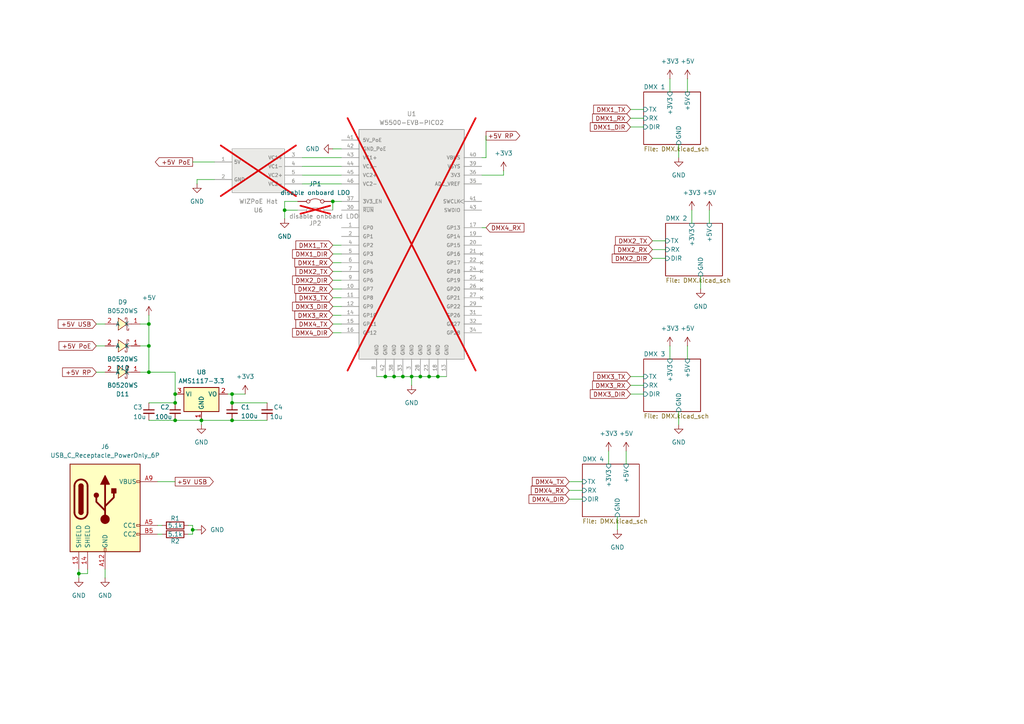
<source format=kicad_sch>
(kicad_sch (version 20250114) (generator "eeschema") (generator_version "9.0")
  (paper "A4")
  (lib_symbols
    (symbol "Connector:USB_C_Receptacle_PowerOnly_6P" (pin_names (offset 1.016))
      (property "Reference" "J6" (at 0 17.78 0))
      (property "Value" "USB_C_Receptacle_PowerOnly_6P" (at 0 15.24 0))
      (symbol "USB_C_Receptacle_PowerOnly_6P_0_0"
        (rectangle (start -0.254 -12.7) (end 0.254 -11.684))
        (rectangle (start 10.16 7.874) (end 9.144 7.366))
        (rectangle (start 10.16 -4.826) (end 9.144 -5.334))
        (rectangle (start 10.16 -7.366) (end 9.144 -7.874))
      )
      (symbol "USB_C_Receptacle_PowerOnly_6P_0_1"
        (rectangle (start -10.16 12.7) (end 10.16 -12.7) (stroke (width 0.254)) (fill (type background)))
        (polyline (pts (xy -8.89 -1.27) (xy -8.89 6.35)) (stroke (width 0.508)))
        (rectangle (start -7.62 -1.27) (end -6.35 6.35) (stroke (width 0.254)) (fill (type outline)))
        (arc (start -7.62 6.35) (mid -6.985 6.9823) (end -6.35 6.35) (stroke (width 0.254)))
        (arc (start -7.62 6.35) (mid -6.985 6.9823) (end -6.35 6.35) (stroke (width 0.254)) (fill (type outline)))
        (arc (start -8.89 6.35) (mid -6.985 8.2467) (end -5.08 6.35) (stroke (width 0.508)))
        (arc (start -5.08 -1.27) (mid -6.985 -3.1667) (end -8.89 -1.27) (stroke (width 0.508)))
        (arc (start -6.35 -1.27) (mid -6.985 -1.9023) (end -7.62 -1.27) (stroke (width 0.254)))
        (arc (start -6.35 -1.27) (mid -6.985 -1.9023) (end -7.62 -1.27) (stroke (width 0.254)) (fill (type outline)))
        (polyline (pts (xy -5.08 6.35) (xy -5.08 -1.27)) (stroke (width 0.508)))
        (circle (center -2.54 3.683) (radius 0.635) (stroke (width 0.254)) (fill (type outline)))
        (polyline (pts (xy -1.27 6.858) (xy 0 9.398) (xy 1.27 6.858) (xy -1.27 6.858)) (stroke (width 0.254)) (fill (type outline)))
        (polyline (pts (xy 0 0.508) (xy 2.54 3.048) (xy 2.54 4.318)) (stroke (width 0.508)))
        (polyline (pts (xy 0 -0.762) (xy -2.54 1.778) (xy -2.54 3.048)) (stroke (width 0.508)))
        (polyline (pts (xy 0 -3.302) (xy 0 6.858)) (stroke (width 0.508)))
        (circle (center 0 -3.302) (radius 1.27) (fill (type outline)))
        (rectangle (start 1.905 4.318) (end 3.175 5.588) (stroke (width 0.254)) (fill (type outline)))
      )
      (symbol "USB_C_Receptacle_PowerOnly_6P_1_1"
        (pin passive line (at -7.62 -17.78 90) (length 5.08) (name "SHIELD") (number "13"))
        (pin passive line (at -5.08 -17.78 90) (length 5.08) (name "SHIELD") (number "14"))
        (pin passive line (at 0 -17.78 90) (length 5.08) (name "GND") (number "A12"))
        (pin passive line (at 0 -17.78 90) (length 5.08) (hide yes) (name "GND") (number "B12"))
        (pin passive line (at 15.24 7.62 180) (length 5.08) (name "VBUS") (number "A9"))
        (pin passive line (at 15.24 7.62 180) (length 5.08) (hide yes) (name "VBUS") (number "B9"))
        (pin bidirectional line (at 15.24 -5.08 180) (length 5.08) (name "CC1") (number "A5"))
        (pin bidirectional line (at 15.24 -7.62 180) (length 5.08) (name "CC2") (number "B5"))
      )
    )
    (symbol "Device:C_Small" (pin_numbers (hide yes)) (pin_names (offset 0.254) (hide yes))
      (property "Reference" "C" (at 0.254 1.778 0))
      (property "Value" "C_Small" (at 0.254 -2.032 0))
      (symbol "C_Small_0_1"
        (polyline (pts (xy -1.524 0.508) (xy 1.524 0.508)) (stroke (width 0.3048)))
        (polyline (pts (xy -1.524 -0.508) (xy 1.524 -0.508)) (stroke (width 0.3302)))
      )
      (symbol "C_Small_1_1"
        (pin passive line (at 0 2.54 270) (length 2.032) (name "~") (number "1"))
        (pin passive line (at 0 -2.54 90) (length 2.032) (name "~") (number "2"))
      )
    )
    (symbol "Device:R" (pin_numbers (hide yes)) (pin_names (offset 0))
      (property "Reference" "R" (at 2.032 0 90))
      (property "Value" "R" (at 0 0 90))
      (symbol "R_0_1"
        (rectangle (start -1.016 -2.54) (end 1.016 2.54) (stroke (width 0.254)))
      )
      (symbol "R_1_1"
        (pin passive line (at 0 3.81 270) (length 1.27) (name "~") (number "1"))
        (pin passive line (at 0 -3.81 90) (length 1.27) (name "~") (number "2"))
      )
    )
    (symbol "Jumper:Jumper_2_Bridged" (pin_numbers (hide yes)) (pin_names (offset 0) (hide yes))
      (property "Reference" "JP" (at 0 1.905 0))
      (property "Value" "Jumper_2_Bridged" (at 0 -2.54 0))
      (symbol "Jumper_2_Bridged_0_0"
        (circle (center -2.032 0) (radius 0.508))
        (circle (center 2.032 0) (radius 0.508))
      )
      (symbol "Jumper_2_Bridged_0_1"
        (arc (start -1.524 0.254) (mid 0 0.762) (end 1.524 0.254))
      )
      (symbol "Jumper_2_Bridged_1_1"
        (pin passive line (at -5.08 0 0) (length 2.54) (name "A") (number "1"))
        (pin passive line (at 5.08 0 180) (length 2.54) (name "B") (number "2"))
      )
    )
    (symbol "Regulator_Linear:AMS1117-3.3"
      (property "Reference" "U" (at -3.81 3.175 0))
      (property "Value" "AMS1117-3.3" (at 0 3.175 0))
      (symbol "AMS1117-3.3_0_1"
        (rectangle (start -5.08 -5.08) (end 5.08 1.905) (stroke (width 0.254)) (fill (type background)))
      )
      (symbol "AMS1117-3.3_1_1"
        (pin power_in line (at -7.62 0 0) (length 2.54) (name "VI") (number "3"))
        (pin power_in line (at 0 -7.62 90) (length 2.54) (name "GND") (number "1"))
        (pin power_out line (at 7.62 0 180) (length 2.54) (name "VO") (number "2"))
      )
    )
    (symbol "W5500-EVB-PICO:W5500-EVB-PICO2" (pin_names (offset 1.016))
      (property "Reference" "U" (at -15.24 36.322 0))
      (property "Value" "W5500-EVB-PICO2" (at 0 0 90))
      (symbol "W5500-EVB-PICO2_0_0"
        (rectangle (start -15.24 36.068) (end 15.24 -30.48) (stroke (width 0.254)) (fill (type background)))
        (pin input line (at -20.32 15.24 0) (length 5.08) (name "3V3_EN") (number "37"))
        (pin input line (at -20.32 12.7 0) (length 5.08) (name "~{RUN}") (number "30"))
        (pin bidirectional line (at -20.32 7.62 0) (length 5.08) (name "GP0") (number "1"))
        (pin bidirectional line (at -20.32 5.08 0) (length 5.08) (name "GP1") (number "2"))
        (pin bidirectional line (at -20.32 2.54 0) (length 5.08) (name "GP2") (number "4"))
        (pin bidirectional line (at -20.32 0 0) (length 5.08) (name "GP3") (number "5"))
        (pin bidirectional line (at -20.32 -2.54 0) (length 5.08) (name "GP4") (number "6"))
        (pin bidirectional line (at -20.32 -5.08 0) (length 5.08) (name "GP5") (number "7"))
        (pin bidirectional line (at -20.32 -7.62 0) (length 5.08) (name "GP6") (number "9"))
        (pin bidirectional line (at -20.32 -10.16 0) (length 5.08) (name "GP7") (number "10"))
        (pin bidirectional line (at -20.32 -12.7 0) (length 5.08) (name "GP8") (number "11"))
        (pin bidirectional line (at -20.32 -15.24 0) (length 5.08) (name "GP9") (number "12"))
        (pin bidirectional line (at -20.32 -17.78 0) (length 5.08) (name "GP10") (number "14"))
        (pin bidirectional line (at -20.32 -20.32 0) (length 5.08) (name "GP11") (number "15"))
        (pin bidirectional line (at -20.32 -22.86 0) (length 5.08) (name "GP12") (number "16"))
        (pin power_in line (at -10.16 -35.56 90) (length 5.08) (name "GND") (number "8"))
        (pin power_in line (at -7.62 -35.56 90) (length 5.08) (name "GND") (number "42"))
        (pin power_in line (at -5.08 -35.56 90) (length 5.08) (name "GND") (number "38"))
        (pin power_in line (at -2.54 -35.56 90) (length 5.08) (name "GND") (number "33"))
        (pin power_in line (at 0 -35.56 90) (length 5.08) (name "GND") (number "3"))
        (pin power_in line (at 2.54 -35.56 90) (length 5.08) (name "GND") (number "28"))
        (pin power_in line (at 5.08 -35.56 90) (length 5.08) (name "GND") (number "23"))
        (pin power_in line (at 7.62 -35.56 90) (length 5.08) (name "GND") (number "18"))
        (pin power_in line (at 10.16 -35.56 90) (length 5.08) (name "GND") (number "13"))
        (pin power_in line (at 20.32 27.94 180) (length 5.08) (name "VBUS") (number "40"))
        (pin power_in line (at 20.32 25.4 180) (length 5.08) (name "VSYS") (number "39"))
        (pin power_in line (at 20.32 22.86 180) (length 5.08) (name "3V3") (number "36"))
        (pin power_in line (at 20.32 20.32 180) (length 5.08) (name "ADC_VREF") (number "35"))
        (pin input clock (at 20.32 15.24 180) (length 5.08) (name "SWCLK") (number "41"))
        (pin bidirectional line (at 20.32 12.7 180) (length 5.08) (name "SWDIO") (number "43"))
        (pin bidirectional line (at 20.32 7.62 180) (length 5.08) (name "GP13") (number "17"))
        (pin bidirectional line (at 20.32 5.08 180) (length 5.08) (name "GP14") (number "19"))
        (pin bidirectional line (at 20.32 2.54 180) (length 5.08) (name "GP15") (number "20"))
        (pin no_connect line (at 20.32 0 180) (length 5.08) (name "GP16") (number "21"))
        (pin no_connect line (at 20.32 -2.54 180) (length 5.08) (name "GP17") (number "22"))
        (pin no_connect line (at 20.32 -5.08 180) (length 5.08) (name "GP18") (number "24"))
        (pin no_connect line (at 20.32 -7.62 180) (length 5.08) (name "GP19") (number "25"))
        (pin no_connect line (at 20.32 -10.16 180) (length 5.08) (name "GP20") (number "26"))
        (pin no_connect line (at 20.32 -12.7 180) (length 5.08) (name "GP21") (number "27"))
        (pin bidirectional line (at 20.32 -15.24 180) (length 5.08) (name "GP22") (number "29"))
        (pin bidirectional line (at 20.32 -17.78 180) (length 5.08) (name "GP26") (number "31"))
        (pin bidirectional line (at 20.32 -20.32 180) (length 5.08) (name "GP27") (number "32"))
        (pin bidirectional line (at 20.32 -22.86 180) (length 5.08) (name "GP28") (number "34"))
      )
      (symbol "W5500-EVB-PICO2_1_0"
        (pin power_in line (at -20.32 33.02 0) (length 5.08) (name "5V_PoE") (number "41"))
        (pin power_in line (at -20.32 30.48 0) (length 5.08) (name "GND_PoE") (number "42"))
        (pin power_in line (at -20.32 27.94 0) (length 5.08) (name "VC1+") (number "43"))
        (pin power_in line (at -20.32 25.4 0) (length 5.08) (name "VC1-") (number "44"))
        (pin power_in line (at -20.32 22.86 0) (length 5.08) (name "VC2+") (number "45"))
        (pin power_in line (at -20.32 20.32 0) (length 5.08) (name "VC2-") (number "46"))
      )
    )
    (symbol "W5500-EVB-PICO:Wiznet_PoE_Hat"
      (property "Reference" "U" (at 0 7.874 0))
      (property "Value" "WIZPoE Hat" (at 0 -7.874 0))
      (symbol "Wiznet_PoE_Hat_1_0"
        (pin power_in line (at -12.7 3.81 0) (length 5.08) (name "VC1+") (number "3"))
        (pin power_in line (at -12.7 1.27 0) (length 5.08) (name "VC1-") (number "4"))
        (pin power_in line (at -12.7 -1.27 0) (length 5.08) (name "VC2+") (number "5"))
        (pin power_in line (at -12.7 -3.81 0) (length 5.08) (name "VC2-") (number "6"))
        (pin power_in line (at 12.7 2.54 180) (length 5.08) (name "5V") (number "1"))
        (pin power_in line (at 12.7 -2.54 180) (length 5.08) (name "GND") (number "2"))
      )
      (symbol "Wiznet_PoE_Hat_1_1"
        (rectangle (start -7.62 6.35) (end 7.62 -6.35) (fill (type background)))
      )
    )
    (symbol "impart EasyEDA:B0520WS_C7502696"
      (property "Reference" "D" (at 0 5.08 0))
      (property "Value" "B0520WS_C7502696" (at 0 -5.08 0))
      (symbol "B0520WS_C7502696_0_1"
        (polyline (pts (xy -1.78 1.27) (xy -1.78 1.78) (xy -1.27 1.78) (xy -1.27 -1.78) (xy -0.76 -1.78) (xy -0.76 -1.27)))
        (polyline (pts (xy -1.27 0) (xy -2.54 0)))
        (polyline (pts (xy 1.27 1.78) (xy -1.27 0) (xy 1.27 -1.78) (xy 1.27 1.78)) (fill (type background)))
        (polyline (pts (xy 2.54 0) (xy 1.27 0)))
        (pin unspecified line (at -5.08 0 0) (length 2.54) (name "K") (number "1"))
        (pin unspecified line (at 5.08 0 180) (length 2.54) (name "A") (number "2"))
      )
    )
    (symbol "power:+3V3" (power) (pin_numbers (hide yes)) (pin_names (offset 0) (hide yes))
      (property "Value" "+3V3" (at 0 3.556 0))
      (symbol "+3V3_0_1"
        (polyline (pts (xy -0.762 1.27) (xy 0 2.54)))
        (polyline (pts (xy 0 2.54) (xy 0.762 1.27)))
        (polyline (pts (xy 0 0) (xy 0 2.54)))
      )
      (symbol "+3V3_1_1"
        (pin power_in line (at 0 0 90) (length 0) (name "~") (number "1"))
      )
    )
    (symbol "power:+5V" (power) (pin_numbers (hide yes)) (pin_names (offset 0) (hide yes))
      (property "Value" "+5V" (at 0 3.556 0))
      (symbol "+5V_0_1"
        (polyline (pts (xy -0.762 1.27) (xy 0 2.54)))
        (polyline (pts (xy 0 2.54) (xy 0.762 1.27)))
        (polyline (pts (xy 0 0) (xy 0 2.54)))
      )
      (symbol "+5V_1_1"
        (pin power_in line (at 0 0 90) (length 0) (name "~") (number "1"))
      )
    )
    (symbol "power:GND" (power) (pin_numbers (hide yes)) (pin_names (offset 0) (hide yes))
      (property "Value" "GND" (at 0 -3.81 0))
      (symbol "GND_0_1"
        (polyline (pts (xy 0 0) (xy 0 -1.27) (xy 1.27 -1.27) (xy 0 -2.54) (xy -1.27 -1.27) (xy 0 -1.27)))
      )
      (symbol "GND_1_1"
        (pin power_in line (at 0 0 270) (length 0) (name "~") (number "1"))
      )
    )
  )
  (junction (at 119.38 109.22))
  (junction (at 67.31 116.84))
  (junction (at 121.92 109.22))
  (junction (at 22.86 166.37))
  (junction (at 50.8 121.92))
  (junction (at 50.8 116.84))
  (junction (at 67.31 114.3))
  (junction (at 124.46 109.22))
  (junction (at 116.84 109.22))
  (junction (at 58.42 121.92))
  (junction (at 114.3 109.22))
  (junction (at 127 109.22))
  (junction (at 55.88 153.67))
  (junction (at 50.8 114.3))
  (junction (at 111.76 109.22))
  (junction (at 43.18 93.98))
  (junction (at 67.31 121.92))
  (junction (at 82.55 60.96))
  (junction (at 43.18 100.33))
  (junction (at 96.52 58.42))
  (junction (at 43.18 107.95))
  (wire (pts (xy 82.55 58.42) (xy 82.55 60.96)))
  (wire (pts (xy 27.94 107.95) (xy 30.48 107.95)))
  (wire (pts (xy 96.52 60.96) (xy 96.52 58.42)))
  (wire (pts (xy 40.64 107.95) (xy 43.18 107.95)))
  (wire (pts (xy 109.22 109.22) (xy 111.76 109.22)))
  (wire (pts (xy 140.97 39.37) (xy 140.97 45.72)))
  (wire (pts (xy 96.52 78.74) (xy 99.06 78.74)))
  (wire (pts (xy 111.76 109.22) (xy 114.3 109.22)))
  (wire (pts (xy 96.52 73.66) (xy 99.06 73.66)))
  (wire (pts (xy 86.36 58.42) (xy 82.55 58.42)))
  (wire (pts (xy 25.4 166.37) (xy 22.86 166.37)))
  (wire (pts (xy 182.88 109.22) (xy 186.69 109.22)))
  (wire (pts (xy 55.88 153.67) (xy 57.15 153.67)))
  (wire (pts (xy 119.38 109.22) (xy 121.92 109.22)))
  (wire (pts (xy 43.18 121.92) (xy 50.8 121.92)))
  (wire (pts (xy 124.46 109.22) (xy 127 109.22)))
  (wire (pts (xy 57.15 52.07) (xy 57.15 53.34)))
  (wire (pts (xy 196.85 119.38) (xy 196.85 123.19)))
  (wire (pts (xy 25.4 165.1) (xy 25.4 166.37)))
  (wire (pts (xy 182.88 111.76) (xy 186.69 111.76)))
  (wire (pts (xy 196.85 41.91) (xy 196.85 45.72)))
  (wire (pts (xy 121.92 109.22) (xy 124.46 109.22)))
  (wire (pts (xy 58.42 121.92) (xy 58.42 123.19)))
  (wire (pts (xy 96.52 93.98) (xy 99.06 93.98)))
  (wire (pts (xy 50.8 121.92) (xy 58.42 121.92)))
  (wire (pts (xy 67.31 121.92) (xy 77.47 121.92)))
  (wire (pts (xy 139.7 50.8) (xy 146.05 50.8)))
  (wire (pts (xy 96.52 43.18) (xy 99.06 43.18)))
  (wire (pts (xy 96.52 81.28) (xy 99.06 81.28)))
  (wire (pts (xy 146.05 50.8) (xy 146.05 49.53)))
  (wire (pts (xy 66.04 114.3) (xy 67.31 114.3)))
  (wire (pts (xy 57.15 52.07) (xy 62.23 52.07)))
  (wire (pts (xy 55.88 152.4) (xy 55.88 153.67)))
  (wire (pts (xy 96.52 91.44) (xy 99.06 91.44)))
  (wire (pts (xy 55.88 46.99) (xy 62.23 46.99)))
  (wire (pts (xy 182.88 114.3) (xy 186.69 114.3)))
  (wire (pts (xy 43.18 107.95) (xy 43.18 100.33)))
  (wire (pts (xy 199.39 22.86) (xy 199.39 26.67)))
  (wire (pts (xy 96.52 96.52) (xy 99.06 96.52)))
  (wire (pts (xy 96.52 88.9) (xy 99.06 88.9)))
  (wire (pts (xy 27.94 100.33) (xy 30.48 100.33)))
  (wire (pts (xy 96.52 76.2) (xy 99.06 76.2)))
  (wire (pts (xy 96.52 83.82) (xy 99.06 83.82)))
  (wire (pts (xy 82.55 60.96) (xy 86.36 60.96)))
  (wire (pts (xy 54.61 154.94) (xy 55.88 154.94)))
  (wire (pts (xy 54.61 152.4) (xy 55.88 152.4)))
  (wire (pts (xy 165.1 144.78) (xy 168.91 144.78)))
  (wire (pts (xy 82.55 60.96) (xy 82.55 63.5)))
  (wire (pts (xy 203.2 80.01) (xy 203.2 83.82)))
  (wire (pts (xy 119.38 109.22) (xy 119.38 111.76)))
  (wire (pts (xy 43.18 93.98) (xy 43.18 100.33)))
  (wire (pts (xy 27.94 93.98) (xy 30.48 93.98)))
  (wire (pts (xy 50.8 107.95) (xy 43.18 107.95)))
  (wire (pts (xy 50.8 114.3) (xy 50.8 107.95)))
  (wire (pts (xy 176.53 130.81) (xy 176.53 134.62)))
  (wire (pts (xy 165.1 142.24) (xy 168.91 142.24)))
  (wire (pts (xy 139.7 66.04) (xy 140.97 66.04)))
  (wire (pts (xy 189.23 74.93) (xy 193.04 74.93)))
  (wire (pts (xy 96.52 58.42) (xy 99.06 58.42)))
  (wire (pts (xy 58.42 121.92) (xy 67.31 121.92)))
  (wire (pts (xy 45.72 152.4) (xy 46.99 152.4)))
  (wire (pts (xy 182.88 31.75) (xy 186.69 31.75)))
  (wire (pts (xy 43.18 100.33) (xy 40.64 100.33)))
  (wire (pts (xy 165.1 139.7) (xy 168.91 139.7)))
  (wire (pts (xy 182.88 36.83) (xy 186.69 36.83)))
  (wire (pts (xy 87.63 50.8) (xy 99.06 50.8)))
  (wire (pts (xy 199.39 100.33) (xy 199.39 104.14)))
  (wire (pts (xy 43.18 93.98) (xy 40.64 93.98)))
  (wire (pts (xy 194.31 22.86) (xy 194.31 26.67)))
  (wire (pts (xy 55.88 154.94) (xy 55.88 153.67)))
  (wire (pts (xy 194.31 100.33) (xy 194.31 104.14)))
  (wire (pts (xy 96.52 86.36) (xy 99.06 86.36)))
  (wire (pts (xy 67.31 114.3) (xy 67.31 116.84)))
  (wire (pts (xy 50.8 114.3) (xy 50.8 116.84)))
  (wire (pts (xy 67.31 114.3) (xy 71.12 114.3)))
  (wire (pts (xy 205.74 60.96) (xy 205.74 64.77)))
  (wire (pts (xy 43.18 91.44) (xy 43.18 93.98)))
  (wire (pts (xy 189.23 72.39) (xy 193.04 72.39)))
  (wire (pts (xy 22.86 165.1) (xy 22.86 166.37)))
  (wire (pts (xy 45.72 139.7) (xy 50.8 139.7)))
  (wire (pts (xy 182.88 34.29) (xy 186.69 34.29)))
  (wire (pts (xy 189.23 69.85) (xy 193.04 69.85)))
  (wire (pts (xy 43.18 116.84) (xy 50.8 116.84)))
  (wire (pts (xy 87.63 48.26) (xy 99.06 48.26)))
  (wire (pts (xy 114.3 109.22) (xy 116.84 109.22)))
  (wire (pts (xy 67.31 116.84) (xy 77.47 116.84)))
  (wire (pts (xy 127 109.22) (xy 129.54 109.22)))
  (wire (pts (xy 200.66 60.96) (xy 200.66 64.77)))
  (wire (pts (xy 22.86 166.37) (xy 22.86 167.64)))
  (wire (pts (xy 139.7 45.72) (xy 140.97 45.72)))
  (wire (pts (xy 179.07 149.86) (xy 179.07 153.67)))
  (wire (pts (xy 30.48 165.1) (xy 30.48 167.64)))
  (wire (pts (xy 87.63 53.34) (xy 99.06 53.34)))
  (wire (pts (xy 45.72 154.94) (xy 46.99 154.94)))
  (wire (pts (xy 116.84 109.22) (xy 119.38 109.22)))
  (wire (pts (xy 181.61 130.81) (xy 181.61 134.62)))
  (wire (pts (xy 96.52 71.12) (xy 99.06 71.12)))
  (wire (pts (xy 87.63 45.72) (xy 99.06 45.72)))
  (global_label "DMX1_TX" (shape input) (at 182.88 31.75 180) (property "Intersheetrefs" "${INTERSHEET_REFS}" (effects (hide yes))))
  (global_label "DMX1_RX" (shape input) (at 182.88 34.29 180) (property "Intersheetrefs" "${INTERSHEET_REFS}" (effects (hide yes))))
  (global_label "DMX4_DIR" (shape input) (at 165.1 144.78 180) (property "Intersheetrefs" "${INTERSHEET_REFS}" (effects (hide yes))))
  (global_label "DMX4_DIR" (shape input) (at 96.52 96.52 180) (property "Intersheetrefs" "${INTERSHEET_REFS}" (effects (hide yes))))
  (global_label "DMX1_DIR" (shape input) (at 182.88 36.83 180) (property "Intersheetrefs" "${INTERSHEET_REFS}" (effects (hide yes))))
  (global_label "DMX2_RX" (shape input) (at 189.23 72.39 180) (property "Intersheetrefs" "${INTERSHEET_REFS}" (effects (hide yes))))
  (global_label "DMX3_RX" (shape input) (at 182.88 111.76 180) (property "Intersheetrefs" "${INTERSHEET_REFS}" (effects (hide yes))))
  (global_label "+5V USB" (shape input) (at 27.94 93.98 180) (property "Intersheetrefs" "${INTERSHEET_REFS}" (effects (hide yes))))
  (global_label "DMX4_RX" (shape input) (at 140.97 66.04 0) (property "Intersheetrefs" "${INTERSHEET_REFS}" (effects (hide yes))))
  (global_label "DMX2_DIR" (shape input) (at 96.52 81.28 180) (property "Intersheetrefs" "${INTERSHEET_REFS}" (effects (hide yes))))
  (global_label "DMX3_DIR" (shape input) (at 96.52 88.9 180) (property "Intersheetrefs" "${INTERSHEET_REFS}" (effects (hide yes))))
  (global_label "DMX1_TX" (shape input) (at 96.52 71.12 180) (property "Intersheetrefs" "${INTERSHEET_REFS}" (effects (hide yes))))
  (global_label "DMX2_DIR" (shape input) (at 189.23 74.93 180) (property "Intersheetrefs" "${INTERSHEET_REFS}" (effects (hide yes))))
  (global_label "DMX1_DIR" (shape input) (at 96.52 73.66 180) (property "Intersheetrefs" "${INTERSHEET_REFS}" (effects (hide yes))))
  (global_label "DMX4_TX" (shape input) (at 165.1 139.7 180) (property "Intersheetrefs" "${INTERSHEET_REFS}" (effects (hide yes))))
  (global_label "DMX2_TX" (shape input) (at 189.23 69.85 180) (property "Intersheetrefs" "${INTERSHEET_REFS}" (effects (hide yes))))
  (global_label "DMX2_TX" (shape input) (at 96.52 78.74 180) (property "Intersheetrefs" "${INTERSHEET_REFS}" (effects (hide yes))))
  (global_label "+5V PoE" (shape input) (at 27.94 100.33 180) (property "Intersheetrefs" "${INTERSHEET_REFS}" (effects (hide yes))))
  (global_label "DMX3_TX" (shape input) (at 96.52 86.36 180) (property "Intersheetrefs" "${INTERSHEET_REFS}" (effects (hide yes))))
  (global_label "+5V PoE" (shape output) (at 55.88 46.99 180) (property "Intersheetrefs" "${INTERSHEET_REFS}" (effects (hide yes))))
  (global_label "DMX3_RX" (shape input) (at 96.52 91.44 180) (property "Intersheetrefs" "${INTERSHEET_REFS}" (effects (hide yes))))
  (global_label "DMX2_RX" (shape input) (at 96.52 83.82 180) (property "Intersheetrefs" "${INTERSHEET_REFS}" (effects (hide yes))))
  (global_label "DMX4_RX" (shape input) (at 165.1 142.24 180) (property "Intersheetrefs" "${INTERSHEET_REFS}" (effects (hide yes))))
  (global_label "DMX1_RX" (shape input) (at 96.52 76.2 180) (property "Intersheetrefs" "${INTERSHEET_REFS}" (effects (hide yes))))
  (global_label "+5V RP" (shape input) (at 27.94 107.95 180) (property "Intersheetrefs" "${INTERSHEET_REFS}" (effects (hide yes))))
  (global_label "DMX4_TX" (shape input) (at 96.52 93.98 180) (property "Intersheetrefs" "${INTERSHEET_REFS}" (effects (hide yes))))
  (global_label "+5V USB" (shape output) (at 50.8 139.7 0) (property "Intersheetrefs" "${INTERSHEET_REFS}" (effects (hide yes))))
  (global_label "+5V RP" (shape output) (at 140.97 39.37 0) (property "Intersheetrefs" "${INTERSHEET_REFS}" (effects (hide yes))))
  (global_label "DMX3_TX" (shape input) (at 182.88 109.22 180) (property "Intersheetrefs" "${INTERSHEET_REFS}" (effects (hide yes))))
  (global_label "DMX3_DIR" (shape input) (at 182.88 114.3 180) (property "Intersheetrefs" "${INTERSHEET_REFS}" (effects (hide yes))))
  (symbol (lib_id "power:+3V3") (at 146.05 49.53 0) (unit 1)
    (property "Reference" "#PWR05" (effects (hide yes)))
    (property "Value" "+3V3" (at 146.05 44.45 0))
    (property "Description" "Power symbol creates a global label with name \"+3V3\"" (effects (hide yes)))
  )
  (symbol (lib_id "W5500-EVB-PICO:Wiznet_PoE_Hat") (at 74.93 49.53 0) (mirror y) (unit 1) (dnp yes)
    (property "Reference" "U6" (at 74.93 60.96 0))
    (property "Value" "WIZPoE Hat" (at 74.93 58.42 0))
    (property "Footprint" "W5500-EVB-PICO:WIZPoE Hat" (effects (hide yes)))
    (property "Datasheet" "https://docs.wiznet.io/Product/Modules/Open-Source-Hardware/PoE/WIZPoE-P1" (effects (hide yes)))
  )
  (symbol (lib_id "impart EasyEDA:B0520WS_C7502696") (at 35.56 100.33 0) (mirror y) (unit 1)
    (property "Reference" "D10" (at 35.56 106.68 0))
    (property "Value" "B0520WS" (at 35.56 104.14 0))
    (property "Footprint" "EasyEDA:SOD-323_L1.7-W1.3-LS2.6-RD-1" (effects (hide yes)))
    (property "LCSC Part" "C7502696" (effects (hide yes)))
  )
  (symbol (lib_id "Jumper:Jumper_2_Bridged") (at 91.44 58.42 0) (unit 1)
    (property "Reference" "JP1" (at 91.44 53.34 0))
    (property "Value" "disable onboard LDO" (at 91.44 55.88 0))
    (property "Footprint" "Jumper:SolderJumper-2_P1.3mm_Open_RoundedPad1.0x1.5mm" (effects (hide yes)))
    (property "Description" "Jumper, 2-pole, closed/bridged" (effects (hide yes)))
  )
  (symbol (lib_id "Connector:USB_C_Receptacle_PowerOnly_6P") (at 30.48 147.32 0) (unit 1)
    (property "Reference" "J6" (at 30.48 129.54 0))
    (property "Value" "USB_C_Receptacle_PowerOnly_6P" (at 30.48 132.08 0))
    (property "Footprint" "EasyEDA:USB-C-SMD_YPE-C-6PWTL-10-0108" (effects (hide yes)))
    (property "Datasheet" "https://www.usb.org/sites/default/files/documents/usb_type-c.zip" (effects (hide yes)))
    (property "Description" "USB Power-Only 6P Type-C Receptacle connector" (effects (hide yes)))
    (property "LCSC Part" "C30167331" (effects (hide yes)))
  )
  (symbol (lib_id "power:+5V") (at 199.39 100.33 0) (unit 1)
    (property "Reference" "#PWR010" (effects (hide yes)))
    (property "Value" "+5V" (at 199.39 95.25 0))
    (property "Description" "Power symbol creates a global label with name \"+5V\"" (effects (hide yes)))
  )
  (symbol (lib_id "power:+5V") (at 199.39 22.86 0) (unit 1)
    (property "Reference" "#PWR02" (effects (hide yes)))
    (property "Value" "+5V" (at 199.39 17.78 0))
    (property "Description" "Power symbol creates a global label with name \"+5V\"" (effects (hide yes)))
  )
  (symbol (lib_id "Device:R") (at 50.8 154.94 90) (mirror x) (unit 1)
    (property "Reference" "R2" (at 50.8 156.972 90))
    (property "Value" "5.1k" (at 50.8 154.94 90))
    (property "Footprint" "Resistor_SMD:R_0603_1608Metric" (effects (hide yes)))
    (property "Description" "Resistor" (effects (hide yes)))
  )
  (symbol (lib_id "power:+3V3") (at 71.12 114.3 0) (unit 1)
    (property "Reference" "#PWR061" (effects (hide yes)))
    (property "Value" "+3V3" (at 71.12 109.22 0))
    (property "Description" "Power symbol creates a global label with name \"+3V3\"" (effects (hide yes)))
  )
  (symbol (lib_id "impart EasyEDA:B0520WS_C7502696") (at 35.56 93.98 180) (unit 1)
    (property "Reference" "D9" (at 35.56 87.63 0))
    (property "Value" "B0520WS" (at 35.56 90.17 0))
    (property "Footprint" "EasyEDA:SOD-323_L1.7-W1.3-LS2.6-RD-1" (effects (hide yes)))
    (property "LCSC Part" "C7502696" (effects (hide yes)))
  )
  (symbol (lib_id "Device:C_Small") (at 50.8 119.38 0) (unit 1)
    (property "Reference" "C2" (at 46.482 118.11 0) (effects (justify left)))
    (property "Value" "100u" (at 44.958 120.904 0) (effects (justify left)))
    (property "Footprint" "Capacitor_SMD:C_1206_3216Metric" (effects (hide yes)))
    (property "Description" "Unpolarized capacitor, small symbol" (effects (hide yes)))
    (property "LCSC Part" "C15008" (effects (hide yes)))
  )
  (symbol (lib_id "W5500-EVB-PICO:W5500-EVB-PICO2") (at 119.38 73.66 0) (unit 1) (dnp yes)
    (property "Reference" "U1" (at 119.38 33.02 0))
    (property "Value" "W5500-EVB-PICO2" (at 119.38 35.56 0))
    (property "Footprint" "W5500-EVB-PICO:MODULE_W5500-EVB-PICO2" (effects (hide yes)))
    (property "MF" "WIZnet" (effects (hide yes)))
    (property "MAXIMUM_PACKAGE_HEIGHT" "17.60mm" (effects (hide yes)))
    (property "Package" "None" (effects (hide yes)))
    (property "Price" "None" (effects (hide yes)))
    (property "Check_prices" "https://www.snapeda.com/parts/W5500EVBPICO/WIZnet/view-part/?ref=eda" (effects (hide yes)))
    (property "STANDARD" "Manufacturer Recommendations" (effects (hide yes)))
    (property "PARTREV" "2022-01-28" (effects (hide yes)))
    (property "SnapEDA_Link" "https://www.snapeda.com/parts/W5500EVBPICO/WIZnet/view-part/?ref=snap" (effects (hide yes)))
    (property "MP" "W5500EVBPICO" (effects (hide yes)))
    (property "Description_1" "RP2350, W5500 Raspberry Pi Pico series ARM® Cortex®-M0+ MCU 32-Bit Embedded Evaluation Board" (effects (hide yes)))
    (property "Availability" "In Stock" (effects (hide yes)))
    (property "MANUFACTURER" "WIZnet" (effects (hide yes)))
  )
  (symbol (lib_id "power:GND") (at 82.55 63.5 0) (unit 1)
    (property "Reference" "#PWR015" (effects (hide yes)))
    (property "Value" "GND" (at 82.55 68.58 0))
    (property "Description" "Power symbol creates a global label with name \"GND\" , ground" (effects (hide yes)))
  )
  (symbol (lib_id "power:+5V") (at 43.18 91.44 0) (unit 1)
    (property "Reference" "#PWR03" (effects (hide yes)))
    (property "Value" "+5V" (at 43.18 86.36 0))
    (property "Description" "Power symbol creates a global label with name \"+5V\"" (effects (hide yes)))
  )
  (symbol (lib_id "Device:C_Small") (at 67.31 119.38 0) (unit 1)
    (property "Reference" "C1" (at 69.85 118.1162 0) (effects (justify left)))
    (property "Value" "100u" (at 69.85 120.6562 0) (effects (justify left)))
    (property "Footprint" "Capacitor_SMD:C_1206_3216Metric" (effects (hide yes)))
    (property "Description" "Unpolarized capacitor, small symbol" (effects (hide yes)))
    (property "LCSC Part" "C15008" (effects (hide yes)))
  )
  (symbol (lib_id "Device:C_Small") (at 77.47 119.38 0) (mirror y) (unit 1)
    (property "Reference" "C4" (at 82.042 118.11 0) (effects (justify left)))
    (property "Value" "10u" (at 82.042 120.904 0) (effects (justify left)))
    (property "Footprint" "Capacitor_SMD:C_0603_1608Metric" (effects (hide yes)))
    (property "Description" "Unpolarized capacitor, small symbol" (effects (hide yes)))
    (property "LCSC Part" "C96446" (effects (hide yes)))
  )
  (symbol (lib_id "power:+5V") (at 181.61 130.81 0) (unit 1)
    (property "Reference" "#PWR014" (effects (hide yes)))
    (property "Value" "+5V" (at 181.61 125.73 0))
    (property "Description" "Power symbol creates a global label with name \"+5V\"" (effects (hide yes)))
  )
  (symbol (lib_id "power:GND") (at 30.48 167.64 0) (unit 1)
    (property "Reference" "#PWR019" (effects (hide yes)))
    (property "Value" "GND" (at 30.48 172.72 0))
    (property "Description" "Power symbol creates a global label with name \"GND\" , ground" (effects (hide yes)))
  )
  (symbol (lib_id "Device:R") (at 50.8 152.4 90) (unit 1)
    (property "Reference" "R1" (at 50.8 150.368 90))
    (property "Value" "5.1k" (at 50.8 152.4 90))
    (property "Footprint" "Resistor_SMD:R_0603_1608Metric" (effects (hide yes)))
    (property "Description" "Resistor" (effects (hide yes)))
  )
  (symbol (lib_id "power:GND") (at 119.38 111.76 0) (unit 1)
    (property "Reference" "#PWR011" (effects (hide yes)))
    (property "Value" "GND" (at 119.38 116.84 0))
    (property "Description" "Power symbol creates a global label with name \"GND\" , ground" (effects (hide yes)))
  )
  (symbol (lib_id "power:GND") (at 203.2 83.82 0) (unit 1)
    (property "Reference" "#PWR08" (effects (hide yes)))
    (property "Value" "GND" (at 203.2 88.9 0))
    (property "Description" "Power symbol creates a global label with name \"GND\" , ground" (effects (hide yes)))
  )
  (symbol (lib_id "Jumper:Jumper_2_Bridged") (at 91.44 60.96 0) (unit 1) (dnp yes)
    (property "Reference" "JP2" (at 91.44 64.77 0))
    (property "Value" "disable onboard LDO" (at 93.98 62.738 0))
    (property "Footprint" "Connector_PinSocket_2.54mm:PinSocket_1x02_P2.54mm_Vertical" (effects (hide yes)))
    (property "Description" "Jumper, 2-pole, closed/bridged" (effects (hide yes)))
  )
  (symbol (lib_id "power:+3V3") (at 194.31 100.33 0) (unit 1)
    (property "Reference" "#PWR09" (effects (hide yes)))
    (property "Value" "+3V3" (at 194.31 95.25 0))
    (property "Description" "Power symbol creates a global label with name \"+3V3\"" (effects (hide yes)))
  )
  (symbol (lib_id "power:GND") (at 196.85 45.72 0) (unit 1)
    (property "Reference" "#PWR04" (effects (hide yes)))
    (property "Value" "GND" (at 196.85 50.8 0))
    (property "Description" "Power symbol creates a global label with name \"GND\" , ground" (effects (hide yes)))
  )
  (symbol (lib_id "Device:C_Small") (at 43.18 119.38 0) (unit 1)
    (property "Reference" "C3" (at 38.608 118.11 0) (effects (justify left)))
    (property "Value" "10u" (at 38.608 120.904 0) (effects (justify left)))
    (property "Footprint" "Capacitor_SMD:C_0603_1608Metric" (effects (hide yes)))
    (property "Description" "Unpolarized capacitor, small symbol" (effects (hide yes)))
    (property "LCSC Part" "C96446" (effects (hide yes)))
  )
  (symbol (lib_id "power:GND") (at 57.15 53.34 0) (unit 1)
    (property "Reference" "#PWR070" (effects (hide yes)))
    (property "Value" "GND" (at 57.15 58.42 0))
    (property "Description" "Power symbol creates a global label with name \"GND\" , ground" (effects (hide yes)))
  )
  (symbol (lib_id "Regulator_Linear:AMS1117-3.3") (at 58.42 114.3 0) (unit 1)
    (property "Reference" "U8" (at 58.42 107.95 0))
    (property "Value" "AMS1117-3.3" (at 58.42 110.49 0))
    (property "Footprint" "Package_TO_SOT_SMD:SOT-223-3_TabPin2" (effects (hide yes)))
    (property "Datasheet" "http://www.advanced-monolithic.com/pdf/ds1117.pdf" (effects (hide yes)))
    (property "Description" "1A Low Dropout regulator, positive, 3.3V fixed output, SOT-223" (effects (hide yes)))
    (property "LCSC Part" "C6186" (effects (hide yes)))
  )
  (symbol (lib_id "power:GND") (at 196.85 123.19 0) (unit 1)
    (property "Reference" "#PWR012" (effects (hide yes)))
    (property "Value" "GND" (at 196.85 128.27 0))
    (property "Description" "Power symbol creates a global label with name \"GND\" , ground" (effects (hide yes)))
  )
  (symbol (lib_id "power:GND") (at 58.42 123.19 0) (unit 1)
    (property "Reference" "#PWR060" (effects (hide yes)))
    (property "Value" "GND" (at 58.42 128.27 0))
    (property "Description" "Power symbol creates a global label with name \"GND\" , ground" (effects (hide yes)))
  )
  (symbol (lib_id "power:+3V3") (at 194.31 22.86 0) (unit 1)
    (property "Reference" "#PWR01" (effects (hide yes)))
    (property "Value" "+3V3" (at 194.31 17.78 0))
    (property "Description" "Power symbol creates a global label with name \"+3V3\"" (effects (hide yes)))
  )
  (symbol (lib_id "power:+5V") (at 205.74 60.96 0) (unit 1)
    (property "Reference" "#PWR07" (effects (hide yes)))
    (property "Value" "+5V" (at 205.74 55.88 0))
    (property "Description" "Power symbol creates a global label with name \"+5V\"" (effects (hide yes)))
  )
  (symbol (lib_id "impart EasyEDA:B0520WS_C7502696") (at 35.56 107.95 0) (mirror y) (unit 1)
    (property "Reference" "D11" (at 35.56 114.3 0))
    (property "Value" "B0520WS" (at 35.56 111.76 0))
    (property "Footprint" "EasyEDA:SOD-323_L1.7-W1.3-LS2.6-RD-1" (effects (hide yes)))
    (property "LCSC Part" "C7502696" (effects (hide yes)))
  )
  (symbol (lib_id "power:+3V3") (at 200.66 60.96 0) (unit 1)
    (property "Reference" "#PWR06" (effects (hide yes)))
    (property "Value" "+3V3" (at 200.66 55.88 0))
    (property "Description" "Power symbol creates a global label with name \"+3V3\"" (effects (hide yes)))
  )
  (symbol (lib_id "power:GND") (at 22.86 167.64 0) (unit 1)
    (property "Reference" "#PWR018" (effects (hide yes)))
    (property "Value" "GND" (at 22.86 172.72 0))
    (property "Description" "Power symbol creates a global label with name \"GND\" , ground" (effects (hide yes)))
  )
  (symbol (lib_id "power:+3V3") (at 176.53 130.81 0) (unit 1)
    (property "Reference" "#PWR013" (effects (hide yes)))
    (property "Value" "+3V3" (at 176.53 125.73 0))
    (property "Description" "Power symbol creates a global label with name \"+3V3\"" (effects (hide yes)))
  )
  (symbol (lib_id "power:GND") (at 57.15 153.67 90) (unit 1)
    (property "Reference" "#PWR016" (effects (hide yes)))
    (property "Value" "GND" (at 60.96 153.6699 90) (effects (justify right)))
    (property "Description" "Power symbol creates a global label with name \"GND\" , ground" (effects (hide yes)))
  )
  (symbol (lib_id "power:GND") (at 96.52 43.18 270) (unit 1)
    (property "Reference" "#PWR071" (effects (hide yes)))
    (property "Value" "GND" (at 92.71 43.1799 90) (effects (justify right)))
    (property "Description" "Power symbol creates a global label with name \"GND\" , ground" (effects (hide yes)))
  )
  (symbol (lib_id "power:GND") (at 179.07 153.67 0) (unit 1)
    (property "Reference" "#PWR017" (effects (hide yes)))
    (property "Value" "GND" (at 179.07 158.75 0))
    (property "Description" "Power symbol creates a global label with name \"GND\" , ground" (effects (hide yes)))
  )
  (sheet (at 168.91 134.62) (size 16.51 15.24) (stroke (width 0.1524))
    (property "Sheetname" "DMX 4" (at 168.91 133.9084 0) (effects (justify left bottom)))
    (property "Sheetfile" "DMX.kicad_sch" (at 168.91 150.4446 0) (effects (justify left top)))
    (pin "+3V3" input (at 176.53 134.62 90))
    (pin "TX" input (at 168.91 139.7 180))
    (pin "+5V" input (at 181.61 134.62 90))
    (pin "RX" input (at 168.91 142.24 180))
    (pin "GND" input (at 179.07 149.86 270))
    (pin "DIR" input (at 168.91 144.78 180))
  )
  (sheet (at 186.69 26.67) (size 16.51 15.24) (stroke (width 0.1524))
    (property "Sheetname" "DMX 1" (at 186.69 25.9584 0) (effects (justify left bottom)))
    (property "Sheetfile" "DMX.kicad_sch" (at 186.69 42.4946 0) (effects (justify left top)))
    (pin "+3V3" input (at 194.31 26.67 90))
    (pin "TX" input (at 186.69 31.75 180))
    (pin "+5V" input (at 199.39 26.67 90))
    (pin "RX" input (at 186.69 34.29 180))
    (pin "GND" input (at 196.85 41.91 270))
    (pin "DIR" input (at 186.69 36.83 180))
  )
  (sheet (at 186.69 104.14) (size 16.51 15.24) (stroke (width 0.1524))
    (property "Sheetname" "DMX 3" (at 186.69 103.4284 0) (effects (justify left bottom)))
    (property "Sheetfile" "DMX.kicad_sch" (at 186.69 119.9646 0) (effects (justify left top)))
    (pin "+3V3" input (at 194.31 104.14 90))
    (pin "TX" input (at 186.69 109.22 180))
    (pin "+5V" input (at 199.39 104.14 90))
    (pin "RX" input (at 186.69 111.76 180))
    (pin "GND" input (at 196.85 119.38 270))
    (pin "DIR" input (at 186.69 114.3 180))
  )
  (sheet (at 193.04 64.77) (size 16.51 15.24) (stroke (width 0.1524))
    (property "Sheetname" "DMX 2" (at 193.04 64.0584 0) (effects (justify left bottom)))
    (property "Sheetfile" "DMX.kicad_sch" (at 193.04 80.5946 0) (effects (justify left top)))
    (pin "+3V3" input (at 200.66 64.77 90))
    (pin "TX" input (at 193.04 69.85 180))
    (pin "+5V" input (at 205.74 64.77 90))
    (pin "RX" input (at 193.04 72.39 180))
    (pin "GND" input (at 203.2 80.01 270))
    (pin "DIR" input (at 193.04 74.93 180))
  )
)
</source>
